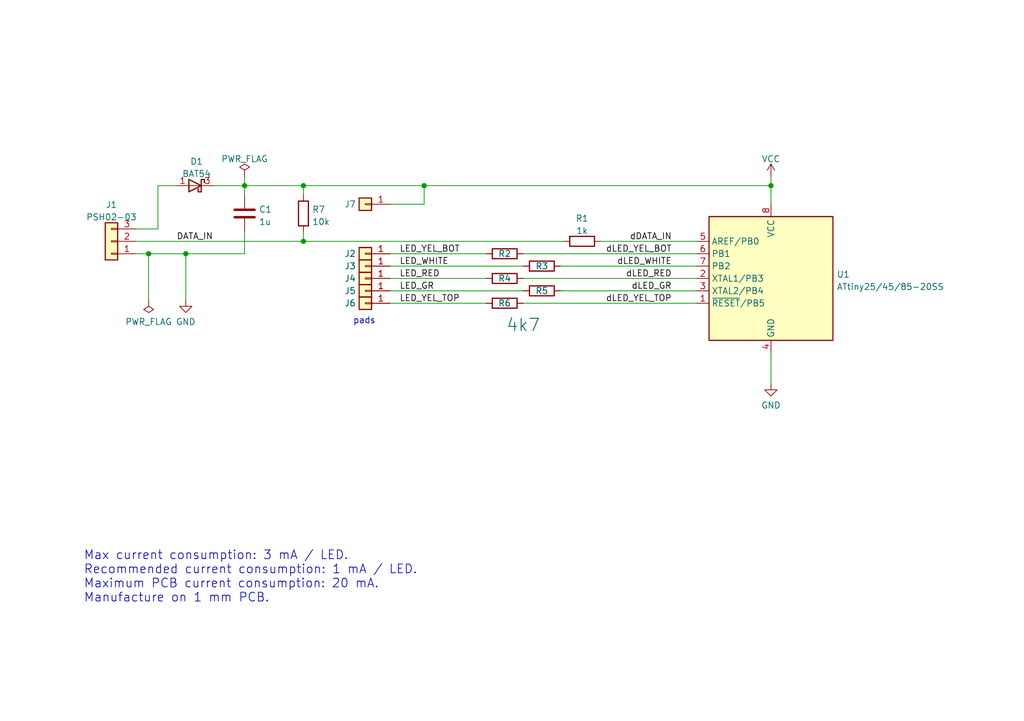
<source format=kicad_sch>
(kicad_sch (version 20211123) (generator eeschema)
  (paper "A5")
  (title_block (title "NV-H5B") (date "2023-03-05") (rev "3.0") (company "S-COM decoder") (comment 1 "Model Railroader Club Brno I – KMŽ Brno I – https://kmz-brno.cz/") (comment 2 "Jan Horáček") (comment 3 "https://creativecommons.org/licenses/by-sa/4.0/") (comment 4 "Released under the Creative Commons Attribution-ShareAlike 4.0 License"))
  (lib_symbols
    (symbol "Connector_Generic:Conn_01x01" (pin_names (offset 1.016) hide)
      (property "Reference" "J" (at 0 2.54 0))
      (property "Value" "Conn_01x01" (at 0 -2.54 0))
      (symbol "Conn_01x01_1_1"
        (rectangle (start -1.27 0.127) (end 0 -0.127) (stroke (width 0.1524)))
        (rectangle (start -1.27 1.27) (end 1.27 -1.27) (stroke (width 0.254)) (fill (type background)))
        (pin passive line (at -5.08 0 0) (length 3.81) (name "Pin_1") (number "1"))
      )
    )
    (symbol "Connector_Generic:Conn_01x03" (pin_names (offset 1.016) hide)
      (property "Reference" "J" (at 0 5.08 0))
      (property "Value" "Conn_01x03" (at 0 -5.08 0))
      (symbol "Conn_01x03_1_1"
        (rectangle (start -1.27 -2.413) (end 0 -2.667) (stroke (width 0.1524)))
        (rectangle (start -1.27 0.127) (end 0 -0.127) (stroke (width 0.1524)))
        (rectangle (start -1.27 2.667) (end 0 2.413) (stroke (width 0.1524)))
        (rectangle (start -1.27 3.81) (end 1.27 -3.81) (stroke (width 0.254)) (fill (type background)))
        (pin passive line (at -5.08 2.54 0) (length 3.81) (name "Pin_1") (number "1"))
        (pin passive line (at -5.08 0 0) (length 3.81) (name "Pin_2") (number "2"))
        (pin passive line (at -5.08 -2.54 0) (length 3.81) (name "Pin_3") (number "3"))
      )
    )
    (symbol "Device:C" (pin_numbers hide) (pin_names (offset 0.254))
      (property "Reference" "C" (at 0.635 2.54 0))
      (property "Value" "C" (at 0.635 -2.54 0))
      (symbol "C_0_1"
        (polyline (pts (xy -2.032 -0.762) (xy 2.032 -0.762)) (stroke (width 0.508)))
        (polyline (pts (xy -2.032 0.762) (xy 2.032 0.762)) (stroke (width 0.508)))
      )
      (symbol "C_1_1"
        (pin passive line (at 0 3.81 270) (length 2.794) (name "~") (number "1"))
        (pin passive line (at 0 -3.81 90) (length 2.794) (name "~") (number "2"))
      )
    )
    (symbol "Device:R" (pin_numbers hide) (pin_names (offset 0))
      (property "Reference" "R" (at 2.032 0 90))
      (property "Value" "R" (at 0 0 90))
      (symbol "R_0_1"
        (rectangle (start -1.016 -2.54) (end 1.016 2.54) (stroke (width 0.254)))
      )
      (symbol "R_1_1"
        (pin passive line (at 0 3.81 270) (length 1.27) (name "~") (number "1"))
        (pin passive line (at 0 -3.81 90) (length 1.27) (name "~") (number "2"))
      )
    )
    (symbol "Diode:BAT54W" (pin_names (offset 1.016) hide)
      (property "Reference" "D" (at 0 2.54 0))
      (property "Value" "BAT54W" (at 0 -2.54 0))
      (symbol "BAT54W_0_1"
        (polyline (pts (xy 1.27 0) (xy -1.27 0)))
        (polyline (pts (xy 1.27 1.27) (xy 1.27 -1.27) (xy -1.27 0) (xy 1.27 1.27)) (stroke (width 0.254)))
        (polyline (pts (xy -1.905 0.635) (xy -1.905 1.27) (xy -1.27 1.27) (xy -1.27 -1.27) (xy -0.635 -1.27) (xy -0.635 -0.635)) (stroke (width 0.254)))
      )
      (symbol "BAT54W_1_1"
        (pin passive line (at 3.81 0 180) (length 2.54) (name "A") (number "1"))
        (pin no_connect line (at 0 0 90) (length 2.54) hide (name "NC") (number "2"))
        (pin passive line (at -3.81 0 0) (length 2.54) (name "K") (number "3"))
      )
    )
    (symbol "MCU_Microchip_ATtiny:ATtiny25-20SS"
      (property "Reference" "U" (at -12.7 13.97 0))
      (property "Value" "ATtiny25-20SS" (at 2.54 -13.97 0))
      (symbol "ATtiny25-20SS_0_1"
        (rectangle (start -12.7 -12.7) (end 12.7 12.7) (stroke (width 0.254)) (fill (type background)))
      )
      (symbol "ATtiny25-20SS_1_1"
        (pin bidirectional line (at 15.24 -5.08 180) (length 2.54) (name "~{RESET}/PB5") (number "1"))
        (pin bidirectional line (at 15.24 0 180) (length 2.54) (name "XTAL1/PB3") (number "2"))
        (pin bidirectional line (at 15.24 -2.54 180) (length 2.54) (name "XTAL2/PB4") (number "3"))
        (pin power_in line (at 0 -15.24 90) (length 2.54) (name "GND") (number "4"))
        (pin bidirectional line (at 15.24 7.62 180) (length 2.54) (name "AREF/PB0") (number "5"))
        (pin bidirectional line (at 15.24 5.08 180) (length 2.54) (name "PB1") (number "6"))
        (pin bidirectional line (at 15.24 2.54 180) (length 2.54) (name "PB2") (number "7"))
        (pin power_in line (at 0 15.24 270) (length 2.54) (name "VCC") (number "8"))
      )
    )
    (symbol "power:GND" (power) (pin_names (offset 0))
      (property "Value" "GND" (at 0 -3.81 0))
      (symbol "GND_0_1"
        (polyline (pts (xy 0 0) (xy 0 -1.27) (xy 1.27 -1.27) (xy 0 -2.54) (xy -1.27 -1.27) (xy 0 -1.27)))
      )
      (symbol "GND_1_1"
        (pin power_in line (at 0 0 270) (length 0) hide (name "GND") (number "1"))
      )
    )
    (symbol "power:PWR_FLAG" (power) (pin_numbers hide) (pin_names (offset 0) hide)
      (property "Value" "PWR_FLAG" (at 0 3.81 0))
      (symbol "PWR_FLAG_0_0"
        (pin power_out line (at 0 0 90) (length 0) (name "pwr") (number "1"))
      )
      (symbol "PWR_FLAG_0_1"
        (polyline (pts (xy 0 0) (xy 0 1.27) (xy -1.016 1.905) (xy 0 2.54) (xy 1.016 1.905) (xy 0 1.27)))
      )
    )
    (symbol "power:VCC" (power) (pin_names (offset 0))
      (property "Value" "VCC" (at 0 3.81 0))
      (symbol "VCC_0_1"
        (polyline (pts (xy -0.762 1.27) (xy 0 2.54)))
        (polyline (pts (xy 0 0) (xy 0 2.54)))
        (polyline (pts (xy 0 2.54) (xy 0.762 1.27)))
      )
      (symbol "VCC_1_1"
        (pin power_in line (at 0 0 90) (length 0) hide (name "VCC") (number "1"))
      )
    )
  )
  (junction (at 62.23 49.53))
  (junction (at 30.48 52.07))
  (junction (at 86.995 38.1))
  (junction (at 158.115 38.1))
  (junction (at 50.165 38.1))
  (junction (at 62.23 38.1))
  (junction (at 38.1 52.07))
  (wire (pts (xy 43.815 38.1) (xy 50.165 38.1)))
  (wire (pts (xy 80.01 57.15) (xy 99.695 57.15)))
  (wire (pts (xy 158.115 36.195) (xy 158.115 38.1)))
  (wire (pts (xy 30.48 52.07) (xy 38.1 52.07)))
  (wire (pts (xy 27.94 52.07) (xy 30.48 52.07)))
  (wire (pts (xy 80.01 52.07) (xy 99.695 52.07)))
  (wire (pts (xy 30.48 52.07) (xy 30.48 61.595)))
  (wire (pts (xy 50.165 36.195) (xy 50.165 38.1)))
  (wire (pts (xy 50.165 38.1) (xy 50.165 40.005)))
  (wire (pts (xy 114.935 59.69) (xy 142.875 59.69)))
  (wire (pts (xy 86.995 41.91) (xy 86.995 38.1)))
  (wire (pts (xy 80.01 41.91) (xy 86.995 41.91)))
  (wire (pts (xy 80.01 54.61) (xy 107.315 54.61)))
  (wire (pts (xy 50.165 52.07) (xy 50.165 47.625)))
  (wire (pts (xy 50.165 38.1) (xy 62.23 38.1)))
  (wire (pts (xy 62.23 47.625) (xy 62.23 49.53)))
  (wire (pts (xy 158.115 38.1) (xy 158.115 41.91)))
  (wire (pts (xy 80.01 62.23) (xy 99.695 62.23)))
  (wire (pts (xy 86.995 38.1) (xy 158.115 38.1)))
  (wire (pts (xy 27.94 46.99) (xy 32.385 46.99)))
  (wire (pts (xy 62.23 49.53) (xy 115.57 49.53)))
  (wire (pts (xy 27.94 49.53) (xy 62.23 49.53)))
  (wire (pts (xy 38.1 52.07) (xy 50.165 52.07)))
  (wire (pts (xy 107.315 57.15) (xy 142.875 57.15)))
  (wire (pts (xy 32.385 46.99) (xy 32.385 38.1)))
  (wire (pts (xy 158.115 72.39) (xy 158.115 78.74)))
  (wire (pts (xy 114.935 54.61) (xy 142.875 54.61)))
  (wire (pts (xy 80.01 59.69) (xy 107.315 59.69)))
  (wire (pts (xy 123.19 49.53) (xy 142.875 49.53)))
  (wire (pts (xy 62.23 38.1) (xy 86.995 38.1)))
  (wire (pts (xy 107.315 52.07) (xy 142.875 52.07)))
  (wire (pts (xy 32.385 38.1) (xy 36.195 38.1)))
  (wire (pts (xy 38.1 52.07) (xy 38.1 61.595)))
  (wire (pts (xy 62.23 38.1) (xy 62.23 40.005)))
  (wire (pts (xy 107.315 62.23) (xy 142.875 62.23)))
  (text "Max current consumption: 3 mA / LED.\nRecommended current consumption: 1 mA / LED.\nMaximum PCB current consumption: 20 mA.\nManufacture on 1 mm PCB." (at 17.145 123.825 0) (effects (font (size 1.8 1.8)) (justify left bottom)))
  (text "pads" (at 72.39 66.675 0) (effects (font (size 1.27 1.27)) (justify left bottom)))
  (label "dLED_WHITE" (at 137.795 54.61 180))
  (label "LED_YEL_BOT" (at 81.915 52.07 0))
  (label "DATA_IN" (at 36.195 49.53 0))
  (label "dLED_YEL_TOP" (at 137.795 62.23 180))
  (label "dLED_GR" (at 137.795 59.69 180))
  (label "dDATA_IN" (at 137.795 49.53 180))
  (label "LED_WHITE" (at 81.915 54.61 0))
  (label "LED_GR" (at 81.915 59.69 0))
  (label "LED_YEL_TOP" (at 81.915 62.23 0))
  (label "LED_RED" (at 81.915 57.15 0))
  (label "dLED_RED" (at 137.795 57.15 180))
  (label "dLED_YEL_BOT" (at 137.795 52.07 180))
  (symbol (lib_id "Device:R") (at 62.23 43.815 0) (unit 1)
    (property "Reference" "R7" (at 64.008 42.9803 0) (effects (justify left)))
    (property "Value" "10k" (at 64.008 45.5172 0) (effects (justify left)))
    (property "Footprint" "Resistor_SMD:R_0805_2012Metric" (effects hide))
  )
  (symbol (lib_id "Connector_Generic:Conn_01x03") (at 22.86 49.53 180) (unit 1)
    (property "Reference" "J1" (at 22.86 42.0202 0))
    (property "Value" "PSH02-03" (at 22.86 44.5571 0))
    (property "Footprint" "Connector_PinHeader_2.54mm:PinHeader_1x03_P2.54mm_Horizontal" (effects hide))
  )
  (symbol (lib_id "power:PWR_FLAG") (at 30.48 61.595 180) (unit 1)
    (property "Reference" "#FLG01" (effects hide))
    (property "Value" "PWR_FLAG" (at 30.48 66.0384 0))
  )
  (symbol (lib_id "power:GND") (at 158.115 78.74 0) (unit 1)
    (property "Reference" "#PWR04" (effects hide))
    (property "Value" "GND" (at 158.115 83.1834 0))
  )
  (symbol (lib_id "MCU_Microchip_ATtiny:ATtiny25-20SS") (at 158.115 57.15 0) (mirror y) (unit 1)
    (property "Reference" "U1" (at 171.577 56.3153 0) (effects (justify right)))
    (property "Value" "ATtiny25/45/85-20SS" (at 171.577 58.8522 0) (effects (justify right)))
    (property "Footprint" "Package_SO:SOIC-8_3.9x4.9mm_P1.27mm" (effects hide))
    (property "Datasheet" "http://ww1.microchip.com/downloads/en/DeviceDoc/atmel-2586-avr-8-bit-microcontroller-attiny25-attiny45-attiny85_datasheet.pdf" (effects hide))
  )
  (symbol (lib_id "Device:R") (at 119.38 49.53 90) (unit 1)
    (property "Reference" "R1" (at 119.38 44.8142 90))
    (property "Value" "1k" (at 119.38 47.3511 90))
    (property "Footprint" "Resistor_SMD:R_0805_2012Metric" (effects hide))
  )
  (symbol (lib_id "Connector_Generic:Conn_01x01") (at 74.93 52.07 0) (mirror y) (unit 1)
    (property "Reference" "J2" (at 73.025 52.07 0) (effects (justify left)))
    (property "Value" "Conn_01x01" (effects hide))
    (property "Footprint" "TestPoint:TestPoint_Keystone_5015_Micro-Minature" (effects hide))
  )
  (symbol (lib_id "Diode:BAT54W") (at 40.005 38.1 0) (mirror y) (unit 1)
    (property "Reference" "D1" (at 40.3225 33.1302 0))
    (property "Value" "BAT54" (at 40.3225 35.6671 0))
    (property "Footprint" "Package_TO_SOT_SMD:SOT-23" (effects hide))
    (property "Datasheet" "https://assets.nexperia.com/documents/data-sheet/BAT54W_SER.pdf" (effects hide))
  )
  (symbol (lib_id "power:PWR_FLAG") (at 50.165 36.195 0) (unit 1)
    (property "Reference" "#FLG0101" (effects hide))
    (property "Value" "PWR_FLAG" (at 50.165 32.6192 0))
  )
  (symbol (lib_id "Connector_Generic:Conn_01x01") (at 74.93 41.91 0) (mirror y) (unit 1)
    (property "Reference" "J7" (at 73.025 41.91 0) (effects (justify left)))
    (property "Value" "Conn_01x01" (effects hide))
    (property "Footprint" "TestPoint:TestPoint_Keystone_5015_Micro-Minature" (effects hide))
  )
  (symbol (lib_id "Device:C") (at 50.165 43.815 0) (unit 1)
    (property "Reference" "C1" (at 53.086 42.9803 0) (effects (justify left)))
    (property "Value" "1u" (at 53.086 45.5172 0) (effects (justify left)))
    (property "Footprint" "Capacitor_SMD:C_0805_2012Metric" (effects hide))
  )
  (symbol (lib_id "power:GND") (at 38.1 61.595 0) (unit 1)
    (property "Reference" "#PWR03" (effects hide))
    (property "Value" "GND" (at 38.1 66.0384 0))
  )
  (symbol (lib_id "Device:R") (at 111.125 54.61 90) (unit 1)
    (property "Reference" "R3" (at 111.125 54.61 90))
    (property "Value" "4k7" (effects hide))
    (property "Footprint" "Resistor_SMD:R_0805_2012Metric" (effects hide))
  )
  (symbol (lib_id "Connector_Generic:Conn_01x01") (at 74.93 54.61 0) (mirror y) (unit 1)
    (property "Reference" "J3" (at 73.025 54.61 0) (effects (justify left)))
    (property "Value" "Conn_01x01" (effects hide))
    (property "Footprint" "TestPoint:TestPoint_Keystone_5015_Micro-Minature" (effects hide))
  )
  (symbol (lib_id "Connector_Generic:Conn_01x01") (at 74.93 59.69 0) (mirror y) (unit 1)
    (property "Reference" "J5" (at 73.025 59.69 0) (effects (justify left)))
    (property "Value" "Conn_01x01" (effects hide))
    (property "Footprint" "TestPoint:TestPoint_Keystone_5015_Micro-Minature" (effects hide))
  )
  (symbol (lib_id "power:VCC") (at 158.115 36.195 0) (unit 1)
    (property "Reference" "#PWR0101" (effects hide))
    (property "Value" "VCC" (at 158.115 32.6192 0))
  )
  (symbol (lib_id "Device:R") (at 103.505 57.15 90) (unit 1)
    (property "Reference" "R4" (at 103.505 57.15 90))
    (property "Value" "4k7" (effects hide))
    (property "Footprint" "Resistor_SMD:R_0805_2012Metric" (effects hide))
  )
  (symbol (lib_id "Device:R") (at 103.505 52.07 90) (unit 1)
    (property "Reference" "R2" (at 103.505 52.07 90))
    (property "Value" "4k7" (at 107.315 66.675 90) (effects (font (size 2.54 2.54))))
    (property "Footprint" "Resistor_SMD:R_0805_2012Metric" (effects hide))
  )
  (symbol (lib_id "Device:R") (at 103.505 62.23 90) (unit 1)
    (property "Reference" "R6" (at 103.505 62.23 90))
    (property "Value" "4k7" (effects hide))
    (property "Footprint" "Resistor_SMD:R_0805_2012Metric" (effects hide))
  )
  (symbol (lib_id "Connector_Generic:Conn_01x01") (at 74.93 62.23 0) (mirror y) (unit 1)
    (property "Reference" "J6" (at 73.025 62.23 0) (effects (justify left)))
    (property "Value" "Conn_01x01" (effects hide))
    (property "Footprint" "TestPoint:TestPoint_Keystone_5015_Micro-Minature" (effects hide))
  )
  (symbol (lib_id "Device:R") (at 111.125 59.69 90) (unit 1)
    (property "Reference" "R5" (at 111.125 59.69 90))
    (property "Value" "4k7" (effects hide))
    (property "Footprint" "Resistor_SMD:R_0805_2012Metric" (effects hide))
  )
  (symbol (lib_id "Connector_Generic:Conn_01x01") (at 74.93 57.15 0) (mirror y) (unit 1)
    (property "Reference" "J4" (at 73.025 57.15 0) (effects (justify left)))
    (property "Value" "Conn_01x01" (effects hide))
    (property "Footprint" "TestPoint:TestPoint_Keystone_5015_Micro-Minature" (effects hide))
  )
)
</source>
